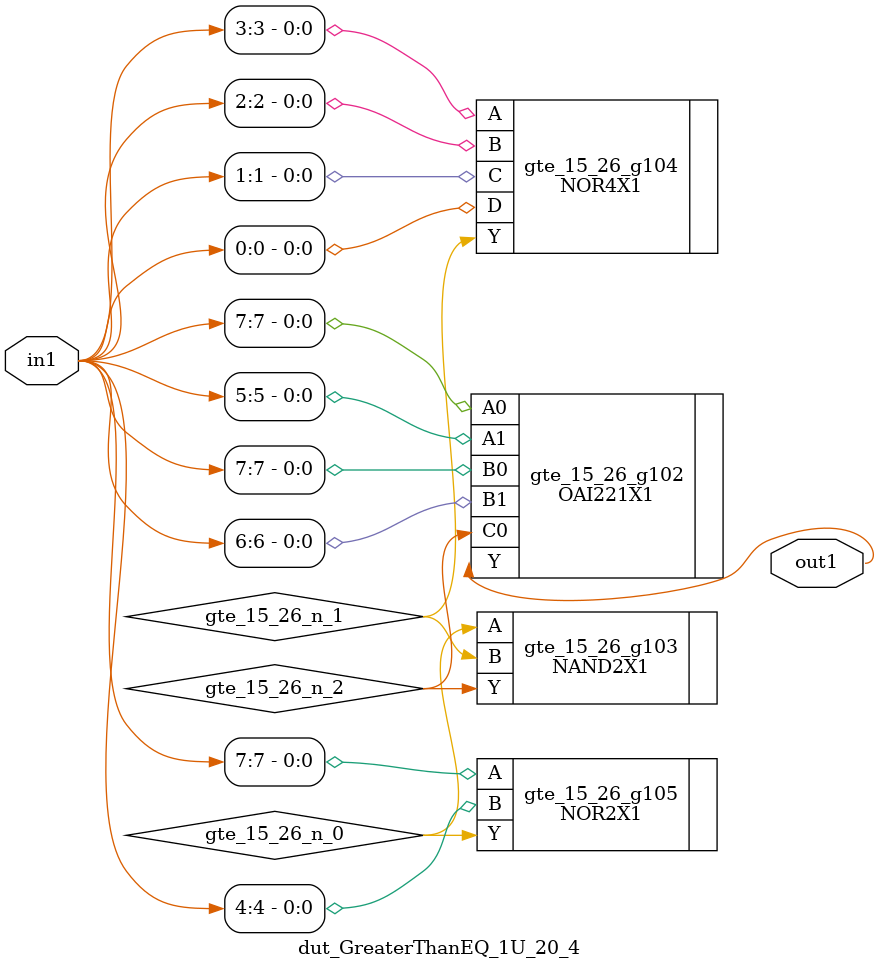
<source format=v>
`timescale 1ps / 1ps


module dut_GreaterThanEQ_1U_20_4(in1, out1);
  input [7:0] in1;
  output out1;
  wire [7:0] in1;
  wire out1;
  wire gte_15_26_n_0, gte_15_26_n_1, gte_15_26_n_2;
  OAI221X1 gte_15_26_g102(.A0 (in1[7]), .A1 (in1[5]), .B0 (in1[7]), .B1
       (in1[6]), .C0 (gte_15_26_n_2), .Y (out1));
  NAND2X1 gte_15_26_g103(.A (gte_15_26_n_0), .B (gte_15_26_n_1), .Y
       (gte_15_26_n_2));
  NOR4X1 gte_15_26_g104(.A (in1[3]), .B (in1[2]), .C (in1[1]), .D
       (in1[0]), .Y (gte_15_26_n_1));
  NOR2X1 gte_15_26_g105(.A (in1[7]), .B (in1[4]), .Y (gte_15_26_n_0));
endmodule



</source>
